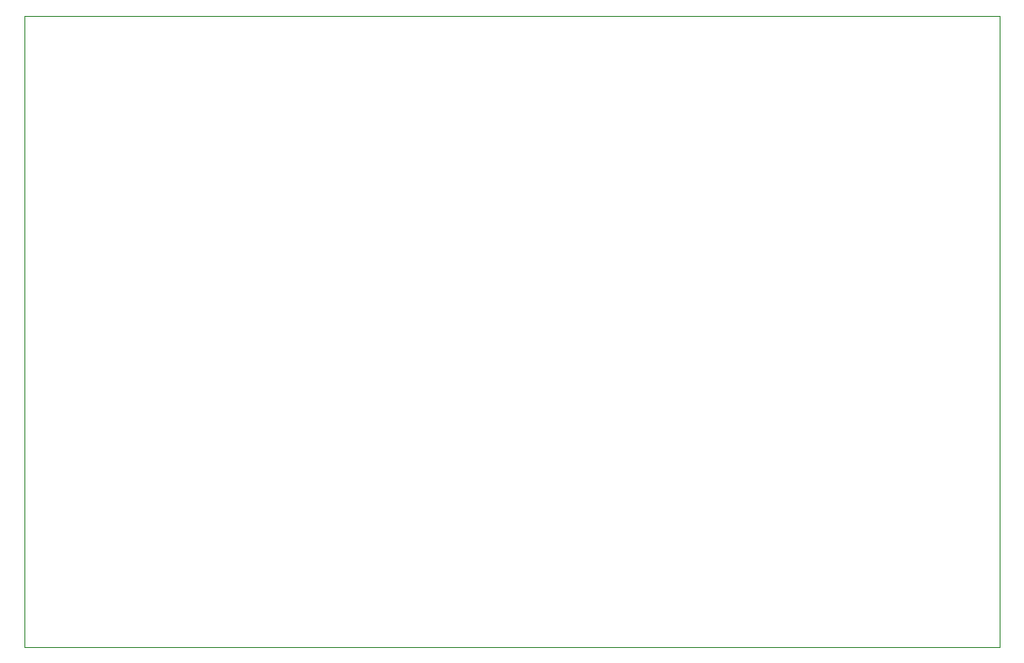
<source format=gko>
%FSLAX46Y46*%
%MOMM*%
%ADD10C,0.010000*%
G01*
G01*
%LPD*%
D10*
X-2000000Y0D02*
X-2000000Y57000000D01*
D10*
X-2000000Y57000000D02*
X86000000Y57000000D01*
D10*
X86000000Y57000000D02*
X86000000Y0D01*
D10*
X-2000000Y0D02*
X86000000Y0D01*
M02*

</source>
